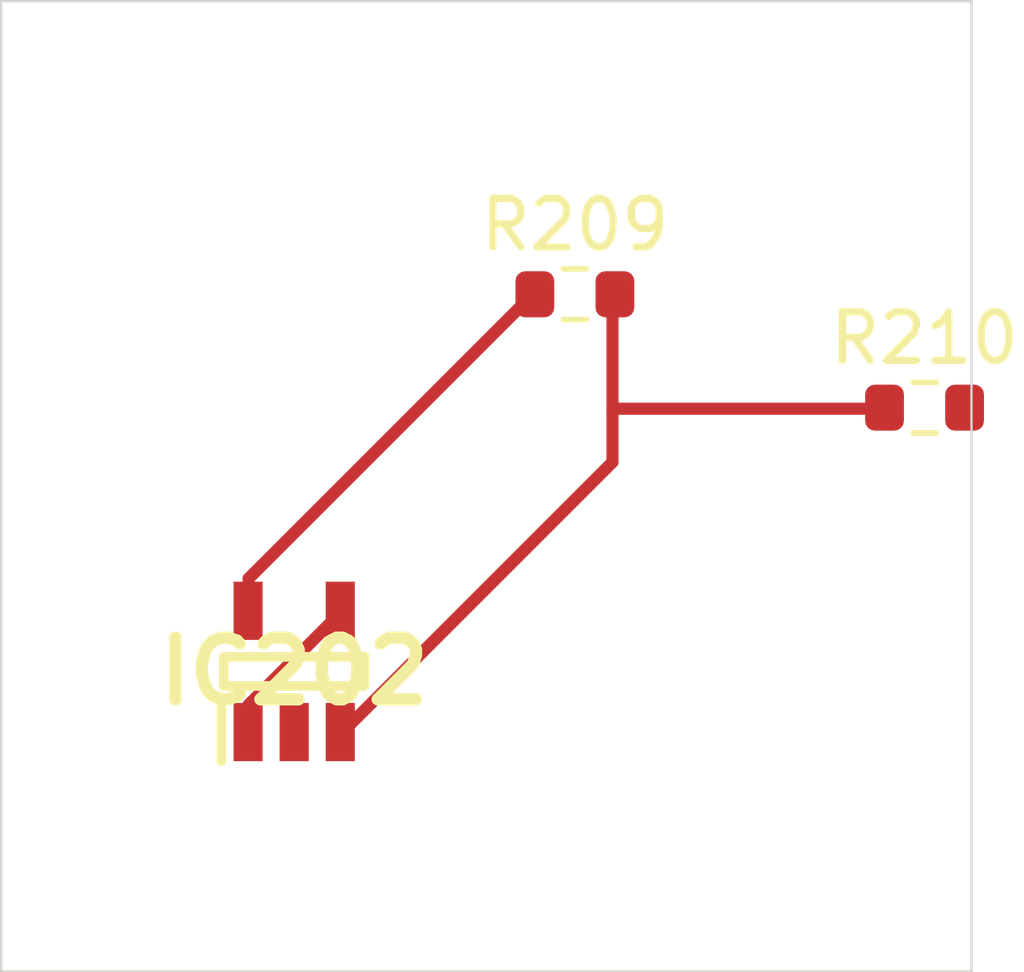
<source format=kicad_pcb>
 ( kicad_pcb  ( version 20171130 )
 ( host pcbnew 5.1.12-84ad8e8a86~92~ubuntu18.04.1 )
 ( general  ( thickness 1.6 )
 ( drawings 4 )
 ( tracks 0 )
 ( zones 0 )
 ( modules 3 )
 ( nets 5 )
)
 ( page A4 )
 ( layers  ( 0 F.Cu signal )
 ( 31 B.Cu signal )
 ( 32 B.Adhes user )
 ( 33 F.Adhes user )
 ( 34 B.Paste user )
 ( 35 F.Paste user )
 ( 36 B.SilkS user )
 ( 37 F.SilkS user )
 ( 38 B.Mask user )
 ( 39 F.Mask user )
 ( 40 Dwgs.User user )
 ( 41 Cmts.User user )
 ( 42 Eco1.User user )
 ( 43 Eco2.User user )
 ( 44 Edge.Cuts user )
 ( 45 Margin user )
 ( 46 B.CrtYd user )
 ( 47 F.CrtYd user )
 ( 48 B.Fab user )
 ( 49 F.Fab user )
)
 ( setup  ( last_trace_width 0.25 )
 ( trace_clearance 0.2 )
 ( zone_clearance 0.508 )
 ( zone_45_only no )
 ( trace_min 0.2 )
 ( via_size 0.8 )
 ( via_drill 0.4 )
 ( via_min_size 0.4 )
 ( via_min_drill 0.3 )
 ( uvia_size 0.3 )
 ( uvia_drill 0.1 )
 ( uvias_allowed no )
 ( uvia_min_size 0.2 )
 ( uvia_min_drill 0.1 )
 ( edge_width 0.05 )
 ( segment_width 0.2 )
 ( pcb_text_width 0.3 )
 ( pcb_text_size 1.5 1.5 )
 ( mod_edge_width 0.12 )
 ( mod_text_size 1 1 )
 ( mod_text_width 0.15 )
 ( pad_size 1.524 1.524 )
 ( pad_drill 0.762 )
 ( pad_to_mask_clearance 0 )
 ( aux_axis_origin 0 0 )
 ( visible_elements FFFFFF7F )
 ( pcbplotparams  ( layerselection 0x010fc_ffffffff )
 ( usegerberextensions false )
 ( usegerberattributes true )
 ( usegerberadvancedattributes true )
 ( creategerberjobfile true )
 ( excludeedgelayer true )
 ( linewidth 0.100000 )
 ( plotframeref false )
 ( viasonmask false )
 ( mode 1 )
 ( useauxorigin false )
 ( hpglpennumber 1 )
 ( hpglpenspeed 20 )
 ( hpglpendiameter 15.000000 )
 ( psnegative false )
 ( psa4output false )
 ( plotreference true )
 ( plotvalue true )
 ( plotinvisibletext false )
 ( padsonsilk false )
 ( subtractmaskfromsilk false )
 ( outputformat 1 )
 ( mirror false )
 ( drillshape 1 )
 ( scaleselection 1 )
 ( outputdirectory "" )
)
)
 ( net 0 "" )
 ( net 1 GND )
 ( net 2 VDDA )
 ( net 3 /Sheet6235D886/vp )
 ( net 4 "Net-(IC202-Pad3)" )
 ( net_class Default "This is the default net class."  ( clearance 0.2 )
 ( trace_width 0.25 )
 ( via_dia 0.8 )
 ( via_drill 0.4 )
 ( uvia_dia 0.3 )
 ( uvia_drill 0.1 )
 ( add_net /Sheet6235D886/vp )
 ( add_net GND )
 ( add_net "Net-(IC202-Pad3)" )
 ( add_net VDDA )
)
 ( module SOT95P280X145-5N locked  ( layer F.Cu )
 ( tedit 62336ED7 )
 ( tstamp 623423ED )
 ( at 86.038900 113.815000 90.000000 )
 ( descr DBV0005A )
 ( tags "Integrated Circuit" )
 ( path /6235D887/6266C08E )
 ( attr smd )
 ( fp_text reference IC202  ( at 0 0 )
 ( layer F.SilkS )
 ( effects  ( font  ( size 1.27 1.27 )
 ( thickness 0.254 )
)
)
)
 ( fp_text value TL071HIDBVR  ( at 0 0 )
 ( layer F.SilkS )
hide  ( effects  ( font  ( size 1.27 1.27 )
 ( thickness 0.254 )
)
)
)
 ( fp_line  ( start -1.85 -1.5 )
 ( end -0.65 -1.5 )
 ( layer F.SilkS )
 ( width 0.2 )
)
 ( fp_line  ( start -0.3 1.45 )
 ( end -0.3 -1.45 )
 ( layer F.SilkS )
 ( width 0.2 )
)
 ( fp_line  ( start 0.3 1.45 )
 ( end -0.3 1.45 )
 ( layer F.SilkS )
 ( width 0.2 )
)
 ( fp_line  ( start 0.3 -1.45 )
 ( end 0.3 1.45 )
 ( layer F.SilkS )
 ( width 0.2 )
)
 ( fp_line  ( start -0.3 -1.45 )
 ( end 0.3 -1.45 )
 ( layer F.SilkS )
 ( width 0.2 )
)
 ( fp_line  ( start -0.8 -0.5 )
 ( end 0.15 -1.45 )
 ( layer Dwgs.User )
 ( width 0.1 )
)
 ( fp_line  ( start -0.8 1.45 )
 ( end -0.8 -1.45 )
 ( layer Dwgs.User )
 ( width 0.1 )
)
 ( fp_line  ( start 0.8 1.45 )
 ( end -0.8 1.45 )
 ( layer Dwgs.User )
 ( width 0.1 )
)
 ( fp_line  ( start 0.8 -1.45 )
 ( end 0.8 1.45 )
 ( layer Dwgs.User )
 ( width 0.1 )
)
 ( fp_line  ( start -0.8 -1.45 )
 ( end 0.8 -1.45 )
 ( layer Dwgs.User )
 ( width 0.1 )
)
 ( fp_line  ( start -2.1 1.775 )
 ( end -2.1 -1.775 )
 ( layer Dwgs.User )
 ( width 0.05 )
)
 ( fp_line  ( start 2.1 1.775 )
 ( end -2.1 1.775 )
 ( layer Dwgs.User )
 ( width 0.05 )
)
 ( fp_line  ( start 2.1 -1.775 )
 ( end 2.1 1.775 )
 ( layer Dwgs.User )
 ( width 0.05 )
)
 ( fp_line  ( start -2.1 -1.775 )
 ( end 2.1 -1.775 )
 ( layer Dwgs.User )
 ( width 0.05 )
)
 ( pad 1 smd rect  ( at -1.25 -0.95 180.000000 )
 ( size 0.6 1.2 )
 ( layers F.Cu F.Mask F.Paste )
 ( net 3 /Sheet6235D886/vp )
)
 ( pad 2 smd rect  ( at -1.25 0 180.000000 )
 ( size 0.6 1.2 )
 ( layers F.Cu F.Mask F.Paste )
 ( net 1 GND )
)
 ( pad 3 smd rect  ( at -1.25 0.95 180.000000 )
 ( size 0.6 1.2 )
 ( layers F.Cu F.Mask F.Paste )
 ( net 4 "Net-(IC202-Pad3)" )
)
 ( pad 4 smd rect  ( at 1.25 0.95 180.000000 )
 ( size 0.6 1.2 )
 ( layers F.Cu F.Mask F.Paste )
 ( net 3 /Sheet6235D886/vp )
)
 ( pad 5 smd rect  ( at 1.25 -0.95 180.000000 )
 ( size 0.6 1.2 )
 ( layers F.Cu F.Mask F.Paste )
 ( net 2 VDDA )
)
)
 ( module Resistor_SMD:R_0603_1608Metric  ( layer F.Cu )
 ( tedit 5F68FEEE )
 ( tstamp 62342595 )
 ( at 91.824900 106.041000 )
 ( descr "Resistor SMD 0603 (1608 Metric), square (rectangular) end terminal, IPC_7351 nominal, (Body size source: IPC-SM-782 page 72, https://www.pcb-3d.com/wordpress/wp-content/uploads/ipc-sm-782a_amendment_1_and_2.pdf), generated with kicad-footprint-generator" )
 ( tags resistor )
 ( path /6235D887/623CDBD9 )
 ( attr smd )
 ( fp_text reference R209  ( at 0 -1.43 )
 ( layer F.SilkS )
 ( effects  ( font  ( size 1 1 )
 ( thickness 0.15 )
)
)
)
 ( fp_text value 100k  ( at 0 1.43 )
 ( layer F.Fab )
 ( effects  ( font  ( size 1 1 )
 ( thickness 0.15 )
)
)
)
 ( fp_line  ( start -0.8 0.4125 )
 ( end -0.8 -0.4125 )
 ( layer F.Fab )
 ( width 0.1 )
)
 ( fp_line  ( start -0.8 -0.4125 )
 ( end 0.8 -0.4125 )
 ( layer F.Fab )
 ( width 0.1 )
)
 ( fp_line  ( start 0.8 -0.4125 )
 ( end 0.8 0.4125 )
 ( layer F.Fab )
 ( width 0.1 )
)
 ( fp_line  ( start 0.8 0.4125 )
 ( end -0.8 0.4125 )
 ( layer F.Fab )
 ( width 0.1 )
)
 ( fp_line  ( start -0.237258 -0.5225 )
 ( end 0.237258 -0.5225 )
 ( layer F.SilkS )
 ( width 0.12 )
)
 ( fp_line  ( start -0.237258 0.5225 )
 ( end 0.237258 0.5225 )
 ( layer F.SilkS )
 ( width 0.12 )
)
 ( fp_line  ( start -1.48 0.73 )
 ( end -1.48 -0.73 )
 ( layer F.CrtYd )
 ( width 0.05 )
)
 ( fp_line  ( start -1.48 -0.73 )
 ( end 1.48 -0.73 )
 ( layer F.CrtYd )
 ( width 0.05 )
)
 ( fp_line  ( start 1.48 -0.73 )
 ( end 1.48 0.73 )
 ( layer F.CrtYd )
 ( width 0.05 )
)
 ( fp_line  ( start 1.48 0.73 )
 ( end -1.48 0.73 )
 ( layer F.CrtYd )
 ( width 0.05 )
)
 ( fp_text user %R  ( at 0 0 )
 ( layer F.Fab )
 ( effects  ( font  ( size 0.4 0.4 )
 ( thickness 0.06 )
)
)
)
 ( pad 1 smd roundrect  ( at -0.825 0 )
 ( size 0.8 0.95 )
 ( layers F.Cu F.Mask F.Paste )
 ( roundrect_rratio 0.25 )
 ( net 2 VDDA )
)
 ( pad 2 smd roundrect  ( at 0.825 0 )
 ( size 0.8 0.95 )
 ( layers F.Cu F.Mask F.Paste )
 ( roundrect_rratio 0.25 )
 ( net 4 "Net-(IC202-Pad3)" )
)
 ( model ${KISYS3DMOD}/Resistor_SMD.3dshapes/R_0603_1608Metric.wrl  ( at  ( xyz 0 0 0 )
)
 ( scale  ( xyz 1 1 1 )
)
 ( rotate  ( xyz 0 0 0 )
)
)
)
 ( module Resistor_SMD:R_0603_1608Metric  ( layer F.Cu )
 ( tedit 5F68FEEE )
 ( tstamp 623425A6 )
 ( at 99.032600 108.378000 )
 ( descr "Resistor SMD 0603 (1608 Metric), square (rectangular) end terminal, IPC_7351 nominal, (Body size source: IPC-SM-782 page 72, https://www.pcb-3d.com/wordpress/wp-content/uploads/ipc-sm-782a_amendment_1_and_2.pdf), generated with kicad-footprint-generator" )
 ( tags resistor )
 ( path /6235D887/623CDBDF )
 ( attr smd )
 ( fp_text reference R210  ( at 0 -1.43 )
 ( layer F.SilkS )
 ( effects  ( font  ( size 1 1 )
 ( thickness 0.15 )
)
)
)
 ( fp_text value 100k  ( at 0 1.43 )
 ( layer F.Fab )
 ( effects  ( font  ( size 1 1 )
 ( thickness 0.15 )
)
)
)
 ( fp_line  ( start 1.48 0.73 )
 ( end -1.48 0.73 )
 ( layer F.CrtYd )
 ( width 0.05 )
)
 ( fp_line  ( start 1.48 -0.73 )
 ( end 1.48 0.73 )
 ( layer F.CrtYd )
 ( width 0.05 )
)
 ( fp_line  ( start -1.48 -0.73 )
 ( end 1.48 -0.73 )
 ( layer F.CrtYd )
 ( width 0.05 )
)
 ( fp_line  ( start -1.48 0.73 )
 ( end -1.48 -0.73 )
 ( layer F.CrtYd )
 ( width 0.05 )
)
 ( fp_line  ( start -0.237258 0.5225 )
 ( end 0.237258 0.5225 )
 ( layer F.SilkS )
 ( width 0.12 )
)
 ( fp_line  ( start -0.237258 -0.5225 )
 ( end 0.237258 -0.5225 )
 ( layer F.SilkS )
 ( width 0.12 )
)
 ( fp_line  ( start 0.8 0.4125 )
 ( end -0.8 0.4125 )
 ( layer F.Fab )
 ( width 0.1 )
)
 ( fp_line  ( start 0.8 -0.4125 )
 ( end 0.8 0.4125 )
 ( layer F.Fab )
 ( width 0.1 )
)
 ( fp_line  ( start -0.8 -0.4125 )
 ( end 0.8 -0.4125 )
 ( layer F.Fab )
 ( width 0.1 )
)
 ( fp_line  ( start -0.8 0.4125 )
 ( end -0.8 -0.4125 )
 ( layer F.Fab )
 ( width 0.1 )
)
 ( fp_text user %R  ( at 0 0 )
 ( layer F.Fab )
 ( effects  ( font  ( size 0.4 0.4 )
 ( thickness 0.06 )
)
)
)
 ( pad 2 smd roundrect  ( at 0.825 0 )
 ( size 0.8 0.95 )
 ( layers F.Cu F.Mask F.Paste )
 ( roundrect_rratio 0.25 )
 ( net 1 GND )
)
 ( pad 1 smd roundrect  ( at -0.825 0 )
 ( size 0.8 0.95 )
 ( layers F.Cu F.Mask F.Paste )
 ( roundrect_rratio 0.25 )
 ( net 4 "Net-(IC202-Pad3)" )
)
 ( model ${KISYS3DMOD}/Resistor_SMD.3dshapes/R_0603_1608Metric.wrl  ( at  ( xyz 0 0 0 )
)
 ( scale  ( xyz 1 1 1 )
)
 ( rotate  ( xyz 0 0 0 )
)
)
)
 ( gr_line  ( start 100 100 )
 ( end 100 120 )
 ( layer Edge.Cuts )
 ( width 0.05 )
 ( tstamp 62E770C4 )
)
 ( gr_line  ( start 80 120 )
 ( end 100 120 )
 ( layer Edge.Cuts )
 ( width 0.05 )
 ( tstamp 62E770C0 )
)
 ( gr_line  ( start 80 100 )
 ( end 100 100 )
 ( layer Edge.Cuts )
 ( width 0.05 )
 ( tstamp 6234110C )
)
 ( gr_line  ( start 80 100 )
 ( end 80 120 )
 ( layer Edge.Cuts )
 ( width 0.05 )
)
 ( segment  ( start 91.000001 106.000002 )
 ( end 85.100001 111.900002 )
 ( width 0.250000 )
 ( layer F.Cu )
 ( net 2 )
)
 ( segment  ( start 85.100001 111.900002 )
 ( end 85.100001 112.600002 )
 ( width 0.250000 )
 ( layer F.Cu )
 ( net 2 )
)
 ( segment  ( start 87.000001 112.600002 )
 ( end 85.100001 114.500002 )
 ( width 0.250000 )
 ( layer F.Cu )
 ( net 3 )
)
 ( segment  ( start 85.100001 114.500002 )
 ( end 85.100001 115.100002 )
 ( width 0.250000 )
 ( layer F.Cu )
 ( net 3 )
)
 ( segment  ( start 92.600001 106.000002 )
 ( end 92.600001 109.500002 )
 ( width 0.250000 )
 ( layer F.Cu )
 ( net 4 )
)
 ( segment  ( start 92.600001 109.500002 )
 ( end 87.000001 115.100002 )
 ( width 0.250000 )
 ( layer F.Cu )
 ( net 4 )
)
 ( segment  ( start 98.200001 108.400002 )
 ( end 92.600001 108.400002 )
 ( width 0.250000 )
 ( layer F.Cu )
 ( net 4 )
)
)

</source>
